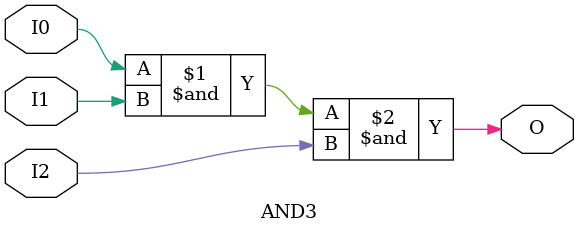
<source format=v>

`timescale  100 ps / 10 ps


module AND3 (O, I0, I1, I2);

    output O;

    input  I0, I1, I2;

    and A1 (O, I0, I1, I2);


endmodule


</source>
